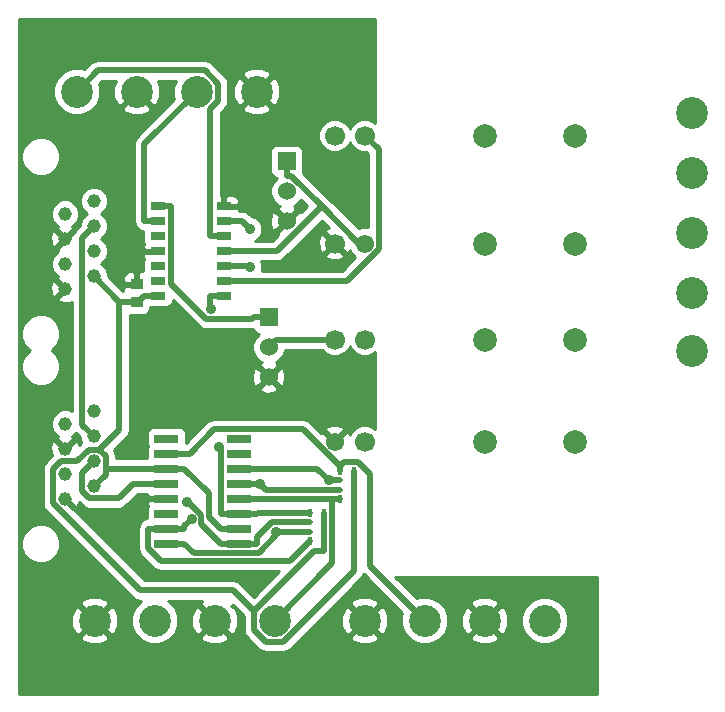
<source format=gtl>
G04 #@! TF.FileFunction,Copper,L1,Top,Signal*
%FSLAX46Y46*%
G04 Gerber Fmt 4.6, Leading zero omitted, Abs format (unit mm)*
G04 Created by KiCad (PCBNEW 4.0.1-stable) date 8/05/2016 3:47:28 PM*
%MOMM*%
G01*
G04 APERTURE LIST*
%ADD10C,0.150000*%
%ADD11C,2.700000*%
%ADD12R,2.032000X0.660400*%
%ADD13R,0.400000X0.650000*%
%ADD14R,0.400000X0.450000*%
%ADD15R,1.000760X0.899160*%
%ADD16R,1.524000X1.524000*%
%ADD17C,1.524000*%
%ADD18R,1.270000X0.635000*%
%ADD19C,1.550000*%
%ADD20C,1.700000*%
%ADD21C,2.000000*%
%ADD22C,1.150000*%
%ADD23C,0.889000*%
%ADD24C,0.500000*%
%ADD25C,0.254000*%
G04 APERTURE END LIST*
D10*
D11*
X144566000Y-108204000D03*
X144566000Y-113284000D03*
X144566000Y-118364000D03*
X144566000Y-123444000D03*
X144566000Y-128364000D03*
X109220000Y-151170000D03*
X104140000Y-151170000D03*
X99060000Y-151170000D03*
X93980000Y-151170000D03*
X132080000Y-151170000D03*
X127000000Y-151170000D03*
X121920000Y-151170000D03*
X116840000Y-151170000D03*
D12*
X100050600Y-135763000D03*
X100050600Y-137033000D03*
X100050600Y-138303000D03*
X100050600Y-139573000D03*
X100050600Y-140843000D03*
X100050600Y-142113000D03*
X100050600Y-143383000D03*
X100050600Y-144653000D03*
X106197400Y-144653000D03*
X106197400Y-143383000D03*
X106197400Y-142113000D03*
X106197400Y-140843000D03*
X106197400Y-139573000D03*
X106197400Y-138303000D03*
X106197400Y-137033000D03*
X106197400Y-135763000D03*
D13*
X114716000Y-140900000D03*
X115916000Y-140900000D03*
X114716000Y-138500000D03*
X115916000Y-138500000D03*
D14*
X114716000Y-140100000D03*
X114716000Y-139300000D03*
X115916000Y-139300000D03*
X115916000Y-140100000D03*
D13*
X112176000Y-144456000D03*
X113376000Y-144456000D03*
X112176000Y-142056000D03*
X113376000Y-142056000D03*
D14*
X112176000Y-143656000D03*
X112176000Y-142856000D03*
X113376000Y-142856000D03*
X113376000Y-143656000D03*
D15*
X97536000Y-124195840D03*
X97536000Y-122692160D03*
D16*
X110236000Y-112268000D03*
D17*
X110236000Y-114808000D03*
X110236000Y-117348000D03*
D16*
X108712000Y-125476000D03*
D17*
X108712000Y-128016000D03*
X108712000Y-130556000D03*
D11*
X92456000Y-106386000D03*
X97536000Y-106386000D03*
X102616000Y-106386000D03*
X107696000Y-106386000D03*
D18*
X104902000Y-123698000D03*
X104902000Y-122428000D03*
X104902000Y-121158000D03*
X104902000Y-119888000D03*
X104902000Y-118618000D03*
X104902000Y-117348000D03*
X104902000Y-116078000D03*
X99314000Y-116078000D03*
X99314000Y-117348000D03*
X99314000Y-118618000D03*
X99314000Y-119888000D03*
X99314000Y-121158000D03*
X99314000Y-122428000D03*
X99314000Y-123698000D03*
D19*
X114300000Y-136020000D03*
D20*
X116840000Y-136020000D03*
D21*
X127000000Y-136020000D03*
X134620000Y-136020000D03*
D20*
X114300000Y-127384000D03*
X116840000Y-127384000D03*
D21*
X127000000Y-127384000D03*
X134620000Y-127384000D03*
D20*
X114300000Y-119256000D03*
D19*
X116840000Y-119256000D03*
D21*
X127000000Y-119256000D03*
X134620000Y-119256000D03*
D20*
X114300000Y-110112000D03*
X116840000Y-110112000D03*
D21*
X127000000Y-110112000D03*
X134620000Y-110112000D03*
D22*
X93908000Y-133455000D03*
X93908000Y-135572200D03*
X93908000Y-137689300D03*
X93908000Y-139806400D03*
X91458000Y-134513600D03*
X91458000Y-136630700D03*
X91458000Y-138747800D03*
X91458000Y-140865000D03*
X93908000Y-115675000D03*
X93908000Y-117792200D03*
X93908000Y-119909300D03*
X93908000Y-122026400D03*
X91458000Y-116733600D03*
X91458000Y-118850700D03*
X91458000Y-120967800D03*
X91458000Y-123085000D03*
D23*
X104497000Y-136485700D03*
X101761000Y-141112400D03*
X107108000Y-121217900D03*
X109336600Y-143690400D03*
X107108000Y-118016700D03*
X113788600Y-139300000D03*
X103785500Y-124800700D03*
X102178100Y-142585200D03*
X107946200Y-139613100D03*
D24*
X99314000Y-116078000D02*
X100449000Y-116078000D01*
X108712000Y-125476000D02*
X107450000Y-125476000D01*
X107280500Y-125645500D02*
X107450000Y-125476000D01*
X103435500Y-125645500D02*
X107280500Y-125645500D01*
X100449000Y-122659000D02*
X103435500Y-125645500D01*
X100449000Y-116078000D02*
X100449000Y-122659000D01*
X107770400Y-142056000D02*
X107713400Y-142113000D01*
X112176000Y-142056000D02*
X107770400Y-142056000D01*
X106743000Y-142113000D02*
X107713400Y-142113000D01*
X106743000Y-142113000D02*
X106197400Y-142113000D01*
X104681400Y-136670100D02*
X104497000Y-136485700D01*
X104681400Y-142113000D02*
X104681400Y-136670100D01*
X106197400Y-142113000D02*
X104681400Y-142113000D01*
X98179000Y-110823000D02*
X102616000Y-106386000D01*
X98179000Y-117348000D02*
X98179000Y-110823000D01*
X99314000Y-117348000D02*
X98179000Y-117348000D01*
X105439400Y-144653000D02*
X104681400Y-144653000D01*
X105439400Y-144653000D02*
X106197400Y-144653000D01*
X106197400Y-144653000D02*
X107713400Y-144653000D01*
X94248200Y-104593800D02*
X92456000Y-106386000D01*
X103299200Y-104593800D02*
X94248200Y-104593800D01*
X104418600Y-105713200D02*
X103299200Y-104593800D01*
X104418600Y-107188100D02*
X104418600Y-105713200D01*
X103767000Y-107839700D02*
X104418600Y-107188100D01*
X103767000Y-118618000D02*
X103767000Y-107839700D01*
X104902000Y-118618000D02*
X103767000Y-118618000D01*
X107713400Y-144118800D02*
X107713400Y-144653000D01*
X108986600Y-142845600D02*
X107713400Y-144118800D01*
X111465600Y-142845600D02*
X108986600Y-142845600D01*
X111476000Y-142856000D02*
X111465600Y-142845600D01*
X112176000Y-142856000D02*
X111476000Y-142856000D01*
X101900200Y-141112400D02*
X101761000Y-141112400D01*
X103022900Y-142235100D02*
X101900200Y-141112400D01*
X103022900Y-142994500D02*
X103022900Y-142235100D01*
X104681400Y-144653000D02*
X103022900Y-142994500D01*
X107048100Y-121158000D02*
X107108000Y-121217900D01*
X104902000Y-121158000D02*
X107048100Y-121158000D01*
X112176000Y-143656000D02*
X111476000Y-143656000D01*
X100050600Y-144653000D02*
X101566600Y-144653000D01*
X111441600Y-143690400D02*
X109336600Y-143690400D01*
X111476000Y-143656000D02*
X111441600Y-143690400D01*
X102346800Y-145433200D02*
X101566600Y-144653000D01*
X107864500Y-145433200D02*
X102346800Y-145433200D01*
X109336600Y-143961100D02*
X107864500Y-145433200D01*
X109336600Y-143690400D02*
X109336600Y-143961100D01*
X106439300Y-117348000D02*
X104902000Y-117348000D01*
X107108000Y-118016700D02*
X106439300Y-117348000D01*
X92921700Y-134585900D02*
X93908000Y-135572200D01*
X92921700Y-118778500D02*
X92921700Y-134585900D01*
X93908000Y-117792200D02*
X92921700Y-118778500D01*
X97252900Y-139573000D02*
X100050600Y-139573000D01*
X96023800Y-140802100D02*
X97252900Y-139573000D01*
X93520800Y-140802100D02*
X96023800Y-140802100D01*
X92885300Y-140166600D02*
X93520800Y-140802100D01*
X92885300Y-138712000D02*
X92885300Y-140166600D01*
X93908000Y-137689300D02*
X92885300Y-138712000D01*
X106197400Y-140843000D02*
X107713400Y-140843000D01*
X114052700Y-146337300D02*
X109220000Y-151170000D01*
X114052700Y-140900000D02*
X114052700Y-146337300D01*
X107770400Y-140900000D02*
X114052700Y-140900000D01*
X107713400Y-140843000D02*
X107770400Y-140900000D01*
X114052700Y-140900000D02*
X114716000Y-140900000D01*
X114716000Y-138500000D02*
X114716000Y-138087500D01*
X115061800Y-137741700D02*
X114716000Y-138087500D01*
X116300600Y-137741700D02*
X115061800Y-137741700D01*
X117289000Y-138730100D02*
X116300600Y-137741700D01*
X117289000Y-146539000D02*
X117289000Y-138730100D01*
X121920000Y-151170000D02*
X117289000Y-146539000D01*
X102033000Y-137033000D02*
X100050600Y-137033000D01*
X104069200Y-134996800D02*
X102033000Y-137033000D01*
X111625300Y-134996800D02*
X104069200Y-134996800D01*
X114716000Y-138087500D02*
X111625300Y-134996800D01*
X112791600Y-138303000D02*
X113788600Y-139300000D01*
X106197400Y-138303000D02*
X112791600Y-138303000D01*
X113788600Y-139300000D02*
X114716000Y-139300000D01*
X110526600Y-146105400D02*
X112176000Y-144456000D01*
X99576700Y-146105400D02*
X110526600Y-146105400D01*
X98534600Y-145063300D02*
X99576700Y-146105400D01*
X98534600Y-143383000D02*
X98534600Y-145063300D01*
X100050600Y-143383000D02*
X98534600Y-143383000D01*
X103767000Y-124782200D02*
X103785500Y-124800700D01*
X103767000Y-123698000D02*
X103767000Y-124782200D01*
X101566600Y-143196700D02*
X101566600Y-143383000D01*
X102178100Y-142585200D02*
X101566600Y-143196700D01*
X100050600Y-143383000D02*
X101566600Y-143383000D01*
X104902000Y-123698000D02*
X103767000Y-123698000D01*
X106197400Y-139573000D02*
X107713400Y-139573000D01*
X107753500Y-139613100D02*
X107946200Y-139613100D01*
X107713400Y-139573000D02*
X107753500Y-139613100D01*
X114671200Y-140144800D02*
X114716000Y-140100000D01*
X108477900Y-140144800D02*
X114671200Y-140144800D01*
X107946200Y-139613100D02*
X108477900Y-140144800D01*
X109344000Y-127384000D02*
X108712000Y-128016000D01*
X114300000Y-127384000D02*
X109344000Y-127384000D01*
X104902000Y-119888000D02*
X106037000Y-119888000D01*
X110236000Y-112268000D02*
X110236000Y-113530000D01*
X109392900Y-119888000D02*
X113189500Y-116091400D01*
X106037000Y-119888000D02*
X109392900Y-119888000D01*
X116354000Y-119256000D02*
X113189500Y-116091400D01*
X116840000Y-119256000D02*
X116354000Y-119256000D01*
X110628000Y-113530000D02*
X110236000Y-113530000D01*
X113189500Y-116091400D02*
X110628000Y-113530000D01*
X118012700Y-111284700D02*
X116840000Y-110112000D01*
X118012700Y-119719600D02*
X118012700Y-111284700D01*
X115304300Y-122428000D02*
X118012700Y-119719600D01*
X104902000Y-122428000D02*
X115304300Y-122428000D01*
X113376000Y-142856000D02*
X113376000Y-142056000D01*
X113376000Y-142856000D02*
X113376000Y-143656000D01*
X115916000Y-138500000D02*
X115916000Y-139300000D01*
X115916000Y-139300000D02*
X115916000Y-140100000D01*
X115916000Y-140100000D02*
X115916000Y-140900000D01*
X106197400Y-143383000D02*
X104681400Y-143383000D01*
X100050600Y-138303000D02*
X101566600Y-138303000D01*
X113376000Y-143656000D02*
X113376000Y-144456000D01*
X113376000Y-144456000D02*
X113376000Y-145281000D01*
X112585300Y-145281000D02*
X107469000Y-150397300D01*
X113376000Y-145281000D02*
X112585300Y-145281000D01*
X115916000Y-146965500D02*
X115916000Y-140900000D01*
X109933400Y-152948100D02*
X115916000Y-146965500D01*
X108452100Y-152948100D02*
X109933400Y-152948100D01*
X107469000Y-151965000D02*
X108452100Y-152948100D01*
X107469000Y-150397300D02*
X107469000Y-151965000D01*
X100050600Y-138303000D02*
X98534600Y-138303000D01*
X94899200Y-138303000D02*
X98534600Y-138303000D01*
X94899200Y-138815200D02*
X94899200Y-138303000D01*
X93908000Y-139806400D02*
X94899200Y-138815200D01*
X97681200Y-124195800D02*
X98179000Y-123698000D01*
X97536000Y-124195800D02*
X97681200Y-124195800D01*
X99314000Y-123698000D02*
X98179000Y-123698000D01*
X93908000Y-122026400D02*
X96077400Y-124195800D01*
X96077400Y-124195800D02*
X97536000Y-124195800D01*
X96077400Y-134998000D02*
X94378700Y-136696700D01*
X96077400Y-124195800D02*
X96077400Y-134998000D01*
X94899200Y-137217200D02*
X94378700Y-136696700D01*
X94899200Y-138303000D02*
X94899200Y-137217200D01*
X105693900Y-148622200D02*
X107469000Y-150397300D01*
X97832400Y-148622200D02*
X105693900Y-148622200D01*
X90448700Y-141238500D02*
X97832400Y-148622200D01*
X90448700Y-138367400D02*
X90448700Y-141238500D01*
X91126800Y-137689300D02*
X90448700Y-138367400D01*
X92518500Y-137689300D02*
X91126800Y-137689300D01*
X93511100Y-136696700D02*
X92518500Y-137689300D01*
X94378700Y-136696700D02*
X93511100Y-136696700D01*
X103673200Y-140409600D02*
X101566600Y-138303000D01*
X103673200Y-142374800D02*
X103673200Y-140409600D01*
X104681400Y-143383000D02*
X103673200Y-142374800D01*
D25*
G36*
X99461000Y-122555000D02*
X99441000Y-122555000D01*
X99441000Y-122575000D01*
X99187000Y-122575000D01*
X99187000Y-122555000D01*
X99167000Y-122555000D01*
X99167000Y-122301000D01*
X99187000Y-122301000D01*
X99187000Y-122281000D01*
X99441000Y-122281000D01*
X99441000Y-122301000D01*
X99461000Y-122301000D01*
X99461000Y-122555000D01*
X99461000Y-122555000D01*
G37*
X99461000Y-122555000D02*
X99441000Y-122555000D01*
X99441000Y-122575000D01*
X99187000Y-122575000D01*
X99187000Y-122555000D01*
X99167000Y-122555000D01*
X99167000Y-122301000D01*
X99187000Y-122301000D01*
X99187000Y-122281000D01*
X99441000Y-122281000D01*
X99441000Y-122301000D01*
X99461000Y-122301000D01*
X99461000Y-122555000D01*
G36*
X109624320Y-146990400D02*
X107468999Y-149145720D01*
X106319690Y-147996410D01*
X106032575Y-147804567D01*
X105976384Y-147793389D01*
X105693900Y-147737199D01*
X105693894Y-147737200D01*
X98198979Y-147737200D01*
X91333700Y-140871920D01*
X91333700Y-140781410D01*
X91443857Y-140671252D01*
X91458000Y-140685395D01*
X91472142Y-140671252D01*
X91651747Y-140850857D01*
X91637605Y-140865000D01*
X92302587Y-141529982D01*
X92525434Y-141483556D01*
X92633623Y-141166502D01*
X92895007Y-141427886D01*
X92895010Y-141427890D01*
X93182125Y-141619733D01*
X93520799Y-141687100D01*
X93520799Y-141687099D01*
X93520800Y-141687100D01*
X96023794Y-141687100D01*
X96023800Y-141687101D01*
X96023800Y-141687100D01*
X96306284Y-141630910D01*
X96362474Y-141619733D01*
X96362475Y-141619733D01*
X96649590Y-141427890D01*
X97619479Y-140458000D01*
X98399535Y-140458000D01*
X98399600Y-140557250D01*
X98558350Y-140716000D01*
X99923600Y-140716000D01*
X99923600Y-140696000D01*
X100177600Y-140696000D01*
X100177600Y-140716000D01*
X100197600Y-140716000D01*
X100197600Y-140970000D01*
X100177600Y-140970000D01*
X100177600Y-140990000D01*
X99923600Y-140990000D01*
X99923600Y-140970000D01*
X98558350Y-140970000D01*
X98399600Y-141128750D01*
X98399490Y-141298955D01*
X98473532Y-141478153D01*
X98399711Y-141655936D01*
X98399490Y-141908555D01*
X98399490Y-142524875D01*
X98195925Y-142565367D01*
X97908810Y-142757210D01*
X97716967Y-143044325D01*
X97649600Y-143383000D01*
X97649600Y-145063294D01*
X97649599Y-145063300D01*
X97705789Y-145345784D01*
X97716967Y-145401975D01*
X97908810Y-145689090D01*
X98950907Y-146731186D01*
X98950910Y-146731190D01*
X99238025Y-146923033D01*
X99576699Y-146990400D01*
X99576699Y-146990399D01*
X99576700Y-146990400D01*
X109624320Y-146990400D01*
X109624320Y-146990400D01*
G37*
X109624320Y-146990400D02*
X107468999Y-149145720D01*
X106319690Y-147996410D01*
X106032575Y-147804567D01*
X105976384Y-147793389D01*
X105693900Y-147737199D01*
X105693894Y-147737200D01*
X98198979Y-147737200D01*
X91333700Y-140871920D01*
X91333700Y-140781410D01*
X91443857Y-140671252D01*
X91458000Y-140685395D01*
X91472142Y-140671252D01*
X91651747Y-140850857D01*
X91637605Y-140865000D01*
X92302587Y-141529982D01*
X92525434Y-141483556D01*
X92633623Y-141166502D01*
X92895007Y-141427886D01*
X92895010Y-141427890D01*
X93182125Y-141619733D01*
X93520799Y-141687100D01*
X93520799Y-141687099D01*
X93520800Y-141687100D01*
X96023794Y-141687100D01*
X96023800Y-141687101D01*
X96023800Y-141687100D01*
X96306284Y-141630910D01*
X96362474Y-141619733D01*
X96362475Y-141619733D01*
X96649590Y-141427890D01*
X97619479Y-140458000D01*
X98399535Y-140458000D01*
X98399600Y-140557250D01*
X98558350Y-140716000D01*
X99923600Y-140716000D01*
X99923600Y-140696000D01*
X100177600Y-140696000D01*
X100177600Y-140716000D01*
X100197600Y-140716000D01*
X100197600Y-140970000D01*
X100177600Y-140970000D01*
X100177600Y-140990000D01*
X99923600Y-140990000D01*
X99923600Y-140970000D01*
X98558350Y-140970000D01*
X98399600Y-141128750D01*
X98399490Y-141298955D01*
X98473532Y-141478153D01*
X98399711Y-141655936D01*
X98399490Y-141908555D01*
X98399490Y-142524875D01*
X98195925Y-142565367D01*
X97908810Y-142757210D01*
X97716967Y-143044325D01*
X97649600Y-143383000D01*
X97649600Y-145063294D01*
X97649599Y-145063300D01*
X97705789Y-145345784D01*
X97716967Y-145401975D01*
X97908810Y-145689090D01*
X98950907Y-146731186D01*
X98950910Y-146731190D01*
X99238025Y-146923033D01*
X99576699Y-146990400D01*
X99576699Y-146990399D01*
X99576700Y-146990400D01*
X109624320Y-146990400D01*
G36*
X116052849Y-120427870D02*
X115091912Y-121388807D01*
X115091912Y-120227517D01*
X114300000Y-119435605D01*
X114120395Y-119615210D01*
X114120395Y-119256000D01*
X113328483Y-118464088D01*
X113087542Y-118532078D01*
X112902802Y-119051170D01*
X112930772Y-119601446D01*
X113087542Y-119979922D01*
X113328483Y-120047912D01*
X114120395Y-119256000D01*
X114120395Y-119615210D01*
X113508088Y-120227517D01*
X113576078Y-120468458D01*
X114095170Y-120653198D01*
X114645446Y-120625228D01*
X115023922Y-120468458D01*
X115091912Y-120227517D01*
X115091912Y-121388807D01*
X114937720Y-121543000D01*
X108141872Y-121543000D01*
X108187313Y-121433568D01*
X108187687Y-121004116D01*
X108092191Y-120773000D01*
X109392894Y-120773000D01*
X109392900Y-120773001D01*
X109392900Y-120773000D01*
X109675384Y-120716810D01*
X109731574Y-120705633D01*
X109731575Y-120705633D01*
X110018690Y-120513790D01*
X113189499Y-117342979D01*
X113798098Y-117951578D01*
X113576078Y-118043542D01*
X113508088Y-118284483D01*
X114300000Y-119076395D01*
X114314142Y-119062252D01*
X114493747Y-119241857D01*
X114479605Y-119256000D01*
X115271517Y-120047912D01*
X115512458Y-119979922D01*
X115571730Y-119813373D01*
X115665170Y-120039514D01*
X116052849Y-120427870D01*
X116052849Y-120427870D01*
G37*
X116052849Y-120427870D02*
X115091912Y-121388807D01*
X115091912Y-120227517D01*
X114300000Y-119435605D01*
X114120395Y-119615210D01*
X114120395Y-119256000D01*
X113328483Y-118464088D01*
X113087542Y-118532078D01*
X112902802Y-119051170D01*
X112930772Y-119601446D01*
X113087542Y-119979922D01*
X113328483Y-120047912D01*
X114120395Y-119256000D01*
X114120395Y-119615210D01*
X113508088Y-120227517D01*
X113576078Y-120468458D01*
X114095170Y-120653198D01*
X114645446Y-120625228D01*
X115023922Y-120468458D01*
X115091912Y-120227517D01*
X115091912Y-121388807D01*
X114937720Y-121543000D01*
X108141872Y-121543000D01*
X108187313Y-121433568D01*
X108187687Y-121004116D01*
X108092191Y-120773000D01*
X109392894Y-120773000D01*
X109392900Y-120773001D01*
X109392900Y-120773000D01*
X109675384Y-120716810D01*
X109731574Y-120705633D01*
X109731575Y-120705633D01*
X110018690Y-120513790D01*
X113189499Y-117342979D01*
X113798098Y-117951578D01*
X113576078Y-118043542D01*
X113508088Y-118284483D01*
X114300000Y-119076395D01*
X114314142Y-119062252D01*
X114493747Y-119241857D01*
X114479605Y-119256000D01*
X115271517Y-120047912D01*
X115512458Y-119979922D01*
X115571730Y-119813373D01*
X115665170Y-120039514D01*
X116052849Y-120427870D01*
G36*
X117729000Y-134950156D02*
X117625563Y-134846539D01*
X117116702Y-134635242D01*
X116565715Y-134634761D01*
X116056486Y-134845170D01*
X115666539Y-135234437D01*
X115576621Y-135450982D01*
X115512458Y-135296078D01*
X115271517Y-135228088D01*
X115091912Y-135407693D01*
X115091912Y-135048483D01*
X115023922Y-134807542D01*
X114504830Y-134622802D01*
X113954554Y-134650772D01*
X113576078Y-134807542D01*
X113508088Y-135048483D01*
X114300000Y-135840395D01*
X115091912Y-135048483D01*
X115091912Y-135407693D01*
X114479605Y-136020000D01*
X114493747Y-136034142D01*
X114314142Y-136213747D01*
X114300000Y-136199605D01*
X114285857Y-136213747D01*
X114106252Y-136034142D01*
X114120395Y-136020000D01*
X113328483Y-135228088D01*
X113156655Y-135276575D01*
X112251090Y-134371010D01*
X111963975Y-134179167D01*
X111907784Y-134167989D01*
X111625300Y-134111799D01*
X111625294Y-134111800D01*
X110121143Y-134111800D01*
X110121143Y-130763696D01*
X110093360Y-130208631D01*
X109934396Y-129824858D01*
X109692212Y-129755393D01*
X108891605Y-130556000D01*
X109692212Y-131356607D01*
X109934396Y-131287142D01*
X110121143Y-130763696D01*
X110121143Y-134111800D01*
X109512607Y-134111800D01*
X109512607Y-131536212D01*
X108712000Y-130735605D01*
X108532395Y-130915210D01*
X108532395Y-130556000D01*
X107731788Y-129755393D01*
X107489604Y-129824858D01*
X107302857Y-130348304D01*
X107330640Y-130903369D01*
X107489604Y-131287142D01*
X107731788Y-131356607D01*
X108532395Y-130556000D01*
X108532395Y-130915210D01*
X107911393Y-131536212D01*
X107980858Y-131778396D01*
X108504304Y-131965143D01*
X109059369Y-131937360D01*
X109443142Y-131778396D01*
X109512607Y-131536212D01*
X109512607Y-134111800D01*
X104069200Y-134111800D01*
X103730525Y-134179167D01*
X103443410Y-134371010D01*
X103443407Y-134371013D01*
X101701582Y-136112837D01*
X101701710Y-135967445D01*
X101701710Y-135307045D01*
X101605241Y-135073571D01*
X101426768Y-134894787D01*
X101193464Y-134797911D01*
X100940845Y-134797690D01*
X98908845Y-134797690D01*
X98675371Y-134894159D01*
X98496587Y-135072632D01*
X98399711Y-135305936D01*
X98399490Y-135558555D01*
X98399490Y-136218955D01*
X98473532Y-136398153D01*
X98399711Y-136575936D01*
X98399490Y-136828555D01*
X98399490Y-137418000D01*
X95784200Y-137418000D01*
X95784200Y-137217205D01*
X95784200Y-137217200D01*
X95784201Y-137217200D01*
X95716833Y-136878525D01*
X95609336Y-136717643D01*
X96703186Y-135623792D01*
X96703189Y-135623790D01*
X96703190Y-135623790D01*
X96895033Y-135336675D01*
X96962400Y-134998000D01*
X96962400Y-125280355D01*
X97161375Y-125280530D01*
X98162135Y-125280530D01*
X98395609Y-125184061D01*
X98574393Y-125005588D01*
X98671269Y-124772284D01*
X98671375Y-124650493D01*
X98804755Y-124650610D01*
X100074755Y-124650610D01*
X100308229Y-124554141D01*
X100487013Y-124375668D01*
X100583889Y-124142364D01*
X100583973Y-124045553D01*
X102809707Y-126271286D01*
X102809710Y-126271290D01*
X103096825Y-126463133D01*
X103435499Y-126530500D01*
X103435499Y-126530499D01*
X103435500Y-126530500D01*
X107280494Y-126530500D01*
X107280500Y-126530501D01*
X107280500Y-126530500D01*
X107375942Y-126511515D01*
X107375943Y-126511515D01*
X107411359Y-126597229D01*
X107589832Y-126776013D01*
X107823136Y-126872889D01*
X107879676Y-126872938D01*
X107528372Y-127223630D01*
X107315244Y-127736901D01*
X107314759Y-128292661D01*
X107526991Y-128806303D01*
X107919630Y-129199628D01*
X108111730Y-129279394D01*
X107980858Y-129333604D01*
X107911393Y-129575788D01*
X108712000Y-130376395D01*
X109512607Y-129575788D01*
X109443142Y-129333604D01*
X109302678Y-129283491D01*
X109502303Y-129201009D01*
X109895628Y-128808370D01*
X110108756Y-128295099D01*
X110108778Y-128269000D01*
X113226479Y-128269000D01*
X113514437Y-128557461D01*
X114023298Y-128768758D01*
X114574285Y-128769239D01*
X115083514Y-128558830D01*
X115473461Y-128169563D01*
X115569976Y-127937127D01*
X115665170Y-128167514D01*
X116054437Y-128557461D01*
X116563298Y-128768758D01*
X117114285Y-128769239D01*
X117623514Y-128558830D01*
X117729000Y-128453527D01*
X117729000Y-134950156D01*
X117729000Y-134950156D01*
G37*
X117729000Y-134950156D02*
X117625563Y-134846539D01*
X117116702Y-134635242D01*
X116565715Y-134634761D01*
X116056486Y-134845170D01*
X115666539Y-135234437D01*
X115576621Y-135450982D01*
X115512458Y-135296078D01*
X115271517Y-135228088D01*
X115091912Y-135407693D01*
X115091912Y-135048483D01*
X115023922Y-134807542D01*
X114504830Y-134622802D01*
X113954554Y-134650772D01*
X113576078Y-134807542D01*
X113508088Y-135048483D01*
X114300000Y-135840395D01*
X115091912Y-135048483D01*
X115091912Y-135407693D01*
X114479605Y-136020000D01*
X114493747Y-136034142D01*
X114314142Y-136213747D01*
X114300000Y-136199605D01*
X114285857Y-136213747D01*
X114106252Y-136034142D01*
X114120395Y-136020000D01*
X113328483Y-135228088D01*
X113156655Y-135276575D01*
X112251090Y-134371010D01*
X111963975Y-134179167D01*
X111907784Y-134167989D01*
X111625300Y-134111799D01*
X111625294Y-134111800D01*
X110121143Y-134111800D01*
X110121143Y-130763696D01*
X110093360Y-130208631D01*
X109934396Y-129824858D01*
X109692212Y-129755393D01*
X108891605Y-130556000D01*
X109692212Y-131356607D01*
X109934396Y-131287142D01*
X110121143Y-130763696D01*
X110121143Y-134111800D01*
X109512607Y-134111800D01*
X109512607Y-131536212D01*
X108712000Y-130735605D01*
X108532395Y-130915210D01*
X108532395Y-130556000D01*
X107731788Y-129755393D01*
X107489604Y-129824858D01*
X107302857Y-130348304D01*
X107330640Y-130903369D01*
X107489604Y-131287142D01*
X107731788Y-131356607D01*
X108532395Y-130556000D01*
X108532395Y-130915210D01*
X107911393Y-131536212D01*
X107980858Y-131778396D01*
X108504304Y-131965143D01*
X109059369Y-131937360D01*
X109443142Y-131778396D01*
X109512607Y-131536212D01*
X109512607Y-134111800D01*
X104069200Y-134111800D01*
X103730525Y-134179167D01*
X103443410Y-134371010D01*
X103443407Y-134371013D01*
X101701582Y-136112837D01*
X101701710Y-135967445D01*
X101701710Y-135307045D01*
X101605241Y-135073571D01*
X101426768Y-134894787D01*
X101193464Y-134797911D01*
X100940845Y-134797690D01*
X98908845Y-134797690D01*
X98675371Y-134894159D01*
X98496587Y-135072632D01*
X98399711Y-135305936D01*
X98399490Y-135558555D01*
X98399490Y-136218955D01*
X98473532Y-136398153D01*
X98399711Y-136575936D01*
X98399490Y-136828555D01*
X98399490Y-137418000D01*
X95784200Y-137418000D01*
X95784200Y-137217205D01*
X95784200Y-137217200D01*
X95784201Y-137217200D01*
X95716833Y-136878525D01*
X95609336Y-136717643D01*
X96703186Y-135623792D01*
X96703189Y-135623790D01*
X96703190Y-135623790D01*
X96895033Y-135336675D01*
X96962400Y-134998000D01*
X96962400Y-125280355D01*
X97161375Y-125280530D01*
X98162135Y-125280530D01*
X98395609Y-125184061D01*
X98574393Y-125005588D01*
X98671269Y-124772284D01*
X98671375Y-124650493D01*
X98804755Y-124650610D01*
X100074755Y-124650610D01*
X100308229Y-124554141D01*
X100487013Y-124375668D01*
X100583889Y-124142364D01*
X100583973Y-124045553D01*
X102809707Y-126271286D01*
X102809710Y-126271290D01*
X103096825Y-126463133D01*
X103435499Y-126530500D01*
X103435499Y-126530499D01*
X103435500Y-126530500D01*
X107280494Y-126530500D01*
X107280500Y-126530501D01*
X107280500Y-126530500D01*
X107375942Y-126511515D01*
X107375943Y-126511515D01*
X107411359Y-126597229D01*
X107589832Y-126776013D01*
X107823136Y-126872889D01*
X107879676Y-126872938D01*
X107528372Y-127223630D01*
X107315244Y-127736901D01*
X107314759Y-128292661D01*
X107526991Y-128806303D01*
X107919630Y-129199628D01*
X108111730Y-129279394D01*
X107980858Y-129333604D01*
X107911393Y-129575788D01*
X108712000Y-130376395D01*
X109512607Y-129575788D01*
X109443142Y-129333604D01*
X109302678Y-129283491D01*
X109502303Y-129201009D01*
X109895628Y-128808370D01*
X110108756Y-128295099D01*
X110108778Y-128269000D01*
X113226479Y-128269000D01*
X113514437Y-128557461D01*
X114023298Y-128768758D01*
X114574285Y-128769239D01*
X115083514Y-128558830D01*
X115473461Y-128169563D01*
X115569976Y-127937127D01*
X115665170Y-128167514D01*
X116054437Y-128557461D01*
X116563298Y-128768758D01*
X117114285Y-128769239D01*
X117623514Y-128558830D01*
X117729000Y-128453527D01*
X117729000Y-134950156D01*
G36*
X136525000Y-157353000D02*
X134065343Y-157353000D01*
X134065343Y-150776891D01*
X133763782Y-150047057D01*
X133205880Y-149488181D01*
X132476573Y-149185346D01*
X131686891Y-149184657D01*
X130957057Y-149486218D01*
X130398181Y-150044120D01*
X130095346Y-150773427D01*
X130094657Y-151563109D01*
X130396218Y-152292943D01*
X130954120Y-152851819D01*
X131683427Y-153154654D01*
X132473109Y-153155343D01*
X133202943Y-152853782D01*
X133761819Y-152295880D01*
X134064654Y-151566573D01*
X134065343Y-150776891D01*
X134065343Y-157353000D01*
X128993737Y-157353000D01*
X128993737Y-151518045D01*
X128975164Y-150728582D01*
X128708782Y-150085478D01*
X128405593Y-149944012D01*
X128225988Y-150123617D01*
X128225988Y-149764407D01*
X128084522Y-149461218D01*
X127348045Y-149176263D01*
X126558582Y-149194836D01*
X125915478Y-149461218D01*
X125774012Y-149764407D01*
X127000000Y-150990395D01*
X128225988Y-149764407D01*
X128225988Y-150123617D01*
X127179605Y-151170000D01*
X128405593Y-152395988D01*
X128708782Y-152254522D01*
X128993737Y-151518045D01*
X128993737Y-157353000D01*
X128225988Y-157353000D01*
X128225988Y-152575593D01*
X127000000Y-151349605D01*
X126820395Y-151529210D01*
X126820395Y-151170000D01*
X125594407Y-149944012D01*
X125291218Y-150085478D01*
X125006263Y-150821955D01*
X125024836Y-151611418D01*
X125291218Y-152254522D01*
X125594407Y-152395988D01*
X126820395Y-151170000D01*
X126820395Y-151529210D01*
X125774012Y-152575593D01*
X125915478Y-152878782D01*
X126651955Y-153163737D01*
X127441418Y-153145164D01*
X128084522Y-152878782D01*
X128225988Y-152575593D01*
X128225988Y-157353000D01*
X118833737Y-157353000D01*
X118833737Y-151518045D01*
X118815164Y-150728582D01*
X118548782Y-150085478D01*
X118245593Y-149944012D01*
X118065988Y-150123617D01*
X118065988Y-149764407D01*
X117924522Y-149461218D01*
X117188045Y-149176263D01*
X116398582Y-149194836D01*
X115755478Y-149461218D01*
X115614012Y-149764407D01*
X116840000Y-150990395D01*
X118065988Y-149764407D01*
X118065988Y-150123617D01*
X117019605Y-151170000D01*
X118245593Y-152395988D01*
X118548782Y-152254522D01*
X118833737Y-151518045D01*
X118833737Y-157353000D01*
X118065988Y-157353000D01*
X118065988Y-152575593D01*
X116840000Y-151349605D01*
X116660395Y-151529210D01*
X116660395Y-151170000D01*
X115434407Y-149944012D01*
X115131218Y-150085478D01*
X114846263Y-150821955D01*
X114864836Y-151611418D01*
X115131218Y-152254522D01*
X115434407Y-152395988D01*
X116660395Y-151170000D01*
X116660395Y-151529210D01*
X115614012Y-152575593D01*
X115755478Y-152878782D01*
X116491955Y-153163737D01*
X117281418Y-153145164D01*
X117924522Y-152878782D01*
X118065988Y-152575593D01*
X118065988Y-157353000D01*
X106133737Y-157353000D01*
X105365988Y-157353000D01*
X105365988Y-152575593D01*
X104140000Y-151349605D01*
X103960395Y-151529210D01*
X103960395Y-151170000D01*
X102734407Y-149944012D01*
X102431218Y-150085478D01*
X102146263Y-150821955D01*
X102164836Y-151611418D01*
X102431218Y-152254522D01*
X102734407Y-152395988D01*
X103960395Y-151170000D01*
X103960395Y-151529210D01*
X102914012Y-152575593D01*
X103055478Y-152878782D01*
X103791955Y-153163737D01*
X104581418Y-153145164D01*
X105224522Y-152878782D01*
X105365988Y-152575593D01*
X105365988Y-157353000D01*
X95973737Y-157353000D01*
X95973737Y-151518045D01*
X95955164Y-150728582D01*
X95688782Y-150085478D01*
X95385593Y-149944012D01*
X95205988Y-150123617D01*
X95205988Y-149764407D01*
X95064522Y-149461218D01*
X94328045Y-149176263D01*
X93538582Y-149194836D01*
X92895478Y-149461218D01*
X92754012Y-149764407D01*
X93980000Y-150990395D01*
X95205988Y-149764407D01*
X95205988Y-150123617D01*
X94159605Y-151170000D01*
X95385593Y-152395988D01*
X95688782Y-152254522D01*
X95973737Y-151518045D01*
X95973737Y-157353000D01*
X95205988Y-157353000D01*
X95205988Y-152575593D01*
X93980000Y-151349605D01*
X93800395Y-151529210D01*
X93800395Y-151170000D01*
X92574407Y-149944012D01*
X92271218Y-150085478D01*
X91986263Y-150821955D01*
X92004836Y-151611418D01*
X92271218Y-152254522D01*
X92574407Y-152395988D01*
X93800395Y-151170000D01*
X93800395Y-151529210D01*
X92754012Y-152575593D01*
X92895478Y-152878782D01*
X93631955Y-153163737D01*
X94421418Y-153145164D01*
X95064522Y-152878782D01*
X95205988Y-152575593D01*
X95205988Y-157353000D01*
X91043283Y-157353000D01*
X91043283Y-144336205D01*
X90794893Y-143735057D01*
X90335362Y-143274723D01*
X89734648Y-143025285D01*
X89084205Y-143024717D01*
X88483057Y-143273107D01*
X88022723Y-143732638D01*
X87773285Y-144333352D01*
X87772717Y-144983795D01*
X88021107Y-145584943D01*
X88480638Y-146045277D01*
X89081352Y-146294715D01*
X89731795Y-146295283D01*
X90332943Y-146046893D01*
X90793277Y-145587362D01*
X91042715Y-144986648D01*
X91043283Y-144336205D01*
X91043283Y-157353000D01*
X87553000Y-157353000D01*
X87553000Y-100203000D01*
X117729000Y-100203000D01*
X117729000Y-109042156D01*
X117625563Y-108938539D01*
X117116702Y-108727242D01*
X116565715Y-108726761D01*
X116056486Y-108937170D01*
X115666539Y-109326437D01*
X115570023Y-109558872D01*
X115474830Y-109328486D01*
X115085563Y-108938539D01*
X114576702Y-108727242D01*
X114025715Y-108726761D01*
X113516486Y-108937170D01*
X113126539Y-109326437D01*
X112915242Y-109835298D01*
X112914761Y-110386285D01*
X113125170Y-110895514D01*
X113514437Y-111285461D01*
X114023298Y-111496758D01*
X114574285Y-111497239D01*
X115083514Y-111286830D01*
X115473461Y-110897563D01*
X115569976Y-110665127D01*
X115665170Y-110895514D01*
X116054437Y-111285461D01*
X116563298Y-111496758D01*
X116973536Y-111497116D01*
X117127700Y-111651279D01*
X117127700Y-117875808D01*
X117116702Y-117871242D01*
X116565715Y-117870761D01*
X116321392Y-117971713D01*
X113815290Y-115465610D01*
X113814985Y-115465406D01*
X111595789Y-113246209D01*
X111632889Y-113156864D01*
X111633110Y-112904245D01*
X111633110Y-111380245D01*
X111536641Y-111146771D01*
X111358168Y-110967987D01*
X111124864Y-110871111D01*
X110872245Y-110870890D01*
X109689737Y-110870890D01*
X109689737Y-106734045D01*
X109671164Y-105944582D01*
X109404782Y-105301478D01*
X109101593Y-105160012D01*
X108921988Y-105339617D01*
X108921988Y-104980407D01*
X108780522Y-104677218D01*
X108044045Y-104392263D01*
X107254582Y-104410836D01*
X106611478Y-104677218D01*
X106470012Y-104980407D01*
X107696000Y-106206395D01*
X108921988Y-104980407D01*
X108921988Y-105339617D01*
X107875605Y-106386000D01*
X109101593Y-107611988D01*
X109404782Y-107470522D01*
X109689737Y-106734045D01*
X109689737Y-110870890D01*
X109348245Y-110870890D01*
X109114771Y-110967359D01*
X108935987Y-111145832D01*
X108921988Y-111179545D01*
X108921988Y-107791593D01*
X107696000Y-106565605D01*
X107516395Y-106745210D01*
X107516395Y-106386000D01*
X106290407Y-105160012D01*
X105987218Y-105301478D01*
X105702263Y-106037955D01*
X105720836Y-106827418D01*
X105987218Y-107470522D01*
X106290407Y-107611988D01*
X107516395Y-106386000D01*
X107516395Y-106745210D01*
X106470012Y-107791593D01*
X106611478Y-108094782D01*
X107347955Y-108379737D01*
X108137418Y-108361164D01*
X108780522Y-108094782D01*
X108921988Y-107791593D01*
X108921988Y-111179545D01*
X108839111Y-111379136D01*
X108838890Y-111631755D01*
X108838890Y-113155755D01*
X108935359Y-113389229D01*
X109113832Y-113568013D01*
X109347136Y-113664889D01*
X109377836Y-113664915D01*
X109382121Y-113686455D01*
X109052372Y-114015630D01*
X108839244Y-114528901D01*
X108838759Y-115084661D01*
X109050991Y-115598303D01*
X109443630Y-115991628D01*
X109635730Y-116071394D01*
X109504858Y-116125604D01*
X109435393Y-116367788D01*
X110236000Y-117168395D01*
X111036607Y-116367788D01*
X110967142Y-116125604D01*
X110826678Y-116075491D01*
X111026303Y-115993009D01*
X111419628Y-115600370D01*
X111427597Y-115581177D01*
X111937870Y-116091450D01*
X111422701Y-116606619D01*
X111216212Y-116547393D01*
X110415605Y-117348000D01*
X110429747Y-117362142D01*
X110250142Y-117541747D01*
X110236000Y-117527605D01*
X110056395Y-117707210D01*
X110056395Y-117348000D01*
X109255788Y-116547393D01*
X109013604Y-116616858D01*
X108826857Y-117140304D01*
X108854640Y-117695369D01*
X109013604Y-118079142D01*
X109255788Y-118148607D01*
X110056395Y-117348000D01*
X110056395Y-117707210D01*
X109435393Y-118328212D01*
X109494619Y-118534700D01*
X109026320Y-119003000D01*
X107547797Y-119003000D01*
X107718689Y-118932389D01*
X108022622Y-118628986D01*
X108187313Y-118232368D01*
X108187687Y-117802916D01*
X108023689Y-117406011D01*
X107720286Y-117102078D01*
X107323668Y-116937387D01*
X107280228Y-116937349D01*
X107065090Y-116722210D01*
X106777975Y-116530367D01*
X106721784Y-116519189D01*
X106439300Y-116462999D01*
X106439294Y-116463000D01*
X106172110Y-116463000D01*
X106172110Y-115634745D01*
X106075641Y-115401271D01*
X105897168Y-115222487D01*
X105663864Y-115125611D01*
X105411245Y-115125390D01*
X105187750Y-115125500D01*
X105029000Y-115284250D01*
X105029000Y-115951000D01*
X106013250Y-115951000D01*
X106172000Y-115792250D01*
X106172110Y-115634745D01*
X106172110Y-116463000D01*
X106172069Y-116463000D01*
X106172000Y-116363750D01*
X106013250Y-116205000D01*
X105029000Y-116205000D01*
X105029000Y-116225000D01*
X104775000Y-116225000D01*
X104775000Y-116205000D01*
X104755000Y-116205000D01*
X104755000Y-115951000D01*
X104775000Y-115951000D01*
X104775000Y-115284250D01*
X104652000Y-115161250D01*
X104652000Y-108206279D01*
X105044386Y-107813892D01*
X105044389Y-107813890D01*
X105044390Y-107813890D01*
X105236233Y-107526775D01*
X105303600Y-107188100D01*
X105303600Y-105713200D01*
X105236233Y-105374525D01*
X105044390Y-105087410D01*
X105044386Y-105087407D01*
X103924990Y-103968010D01*
X103637875Y-103776167D01*
X103581684Y-103764989D01*
X103299200Y-103708799D01*
X103299194Y-103708800D01*
X94248200Y-103708800D01*
X93909525Y-103776167D01*
X93622410Y-103968010D01*
X93622407Y-103968013D01*
X93090343Y-104500077D01*
X92852573Y-104401346D01*
X92062891Y-104400657D01*
X91333057Y-104702218D01*
X90774181Y-105260120D01*
X90471346Y-105989427D01*
X90470657Y-106779109D01*
X90772218Y-107508943D01*
X91330120Y-108067819D01*
X92059427Y-108370654D01*
X92849109Y-108371343D01*
X93578943Y-108069782D01*
X94137819Y-107511880D01*
X94440654Y-106782573D01*
X94441343Y-105992891D01*
X94341741Y-105751837D01*
X94614779Y-105478800D01*
X95758609Y-105478800D01*
X95542263Y-106037955D01*
X95560836Y-106827418D01*
X95827218Y-107470522D01*
X96130407Y-107611988D01*
X97356395Y-106386000D01*
X97342252Y-106371857D01*
X97521857Y-106192252D01*
X97536000Y-106206395D01*
X97550142Y-106192252D01*
X97729747Y-106371857D01*
X97715605Y-106386000D01*
X98941593Y-107611988D01*
X99244782Y-107470522D01*
X99529737Y-106734045D01*
X99511164Y-105944582D01*
X99318231Y-105478800D01*
X100843377Y-105478800D01*
X100631346Y-105989427D01*
X100630657Y-106779109D01*
X100730258Y-107020162D01*
X98761988Y-108988432D01*
X98761988Y-107791593D01*
X97536000Y-106565605D01*
X96310012Y-107791593D01*
X96451478Y-108094782D01*
X97187955Y-108379737D01*
X97977418Y-108361164D01*
X98620522Y-108094782D01*
X98761988Y-107791593D01*
X98761988Y-108988432D01*
X97553210Y-110197210D01*
X97361367Y-110484325D01*
X97350189Y-110540515D01*
X97293999Y-110823000D01*
X97294000Y-110823005D01*
X97294000Y-117348000D01*
X97361367Y-117686675D01*
X97553210Y-117973790D01*
X97840325Y-118165633D01*
X98044082Y-118206163D01*
X98043890Y-118426255D01*
X98043890Y-119061255D01*
X98123117Y-119253000D01*
X98043890Y-119444745D01*
X98044000Y-119602250D01*
X98202750Y-119761000D01*
X99187000Y-119761000D01*
X99187000Y-119741000D01*
X99441000Y-119741000D01*
X99441000Y-119761000D01*
X99461000Y-119761000D01*
X99461000Y-120015000D01*
X99441000Y-120015000D01*
X99441000Y-120035000D01*
X99187000Y-120035000D01*
X99187000Y-120015000D01*
X98202750Y-120015000D01*
X98044000Y-120173750D01*
X98043890Y-120331255D01*
X98123193Y-120523184D01*
X98044111Y-120713636D01*
X98043890Y-120966255D01*
X98043890Y-121601255D01*
X98046507Y-121607588D01*
X97910625Y-121607470D01*
X97821750Y-121607580D01*
X97663000Y-121766330D01*
X97663000Y-122565160D01*
X97683000Y-122565160D01*
X97683000Y-122819160D01*
X97663000Y-122819160D01*
X97663000Y-122839160D01*
X97409000Y-122839160D01*
X97409000Y-122819160D01*
X97409000Y-122565160D01*
X97409000Y-121766330D01*
X97250250Y-121607580D01*
X97161375Y-121607470D01*
X96908756Y-121607691D01*
X96675452Y-121704567D01*
X96496979Y-121883351D01*
X96400510Y-122116825D01*
X96400620Y-122406410D01*
X96559370Y-122565160D01*
X97409000Y-122565160D01*
X97409000Y-122819160D01*
X96559370Y-122819160D01*
X96400620Y-122977910D01*
X96400510Y-123267330D01*
X95118036Y-121984856D01*
X95118209Y-121786772D01*
X94934386Y-121341886D01*
X94594305Y-121001210D01*
X94514317Y-120967996D01*
X94592514Y-120935686D01*
X94933190Y-120595605D01*
X95117789Y-120151040D01*
X95118209Y-119669672D01*
X94934386Y-119224786D01*
X94594305Y-118884110D01*
X94514317Y-118850896D01*
X94592514Y-118818586D01*
X94933190Y-118478505D01*
X95117789Y-118033940D01*
X95118209Y-117552572D01*
X94934386Y-117107686D01*
X94594305Y-116767010D01*
X94514196Y-116733746D01*
X94592514Y-116701386D01*
X94933190Y-116361305D01*
X95117789Y-115916740D01*
X95118209Y-115435372D01*
X94934386Y-114990486D01*
X94594305Y-114649810D01*
X94149740Y-114465211D01*
X93668372Y-114464791D01*
X93223486Y-114648614D01*
X92882810Y-114988695D01*
X92698211Y-115433260D01*
X92697791Y-115914628D01*
X92881614Y-116359514D01*
X93221695Y-116700190D01*
X93301803Y-116733453D01*
X93223486Y-116765814D01*
X92882810Y-117105895D01*
X92698211Y-117550460D01*
X92698036Y-117750584D01*
X92668209Y-117780411D01*
X92668209Y-116493972D01*
X92484386Y-116049086D01*
X92144305Y-115708410D01*
X91699740Y-115523811D01*
X91218372Y-115523391D01*
X91043283Y-115595736D01*
X91043283Y-111556205D01*
X90794893Y-110955057D01*
X90335362Y-110494723D01*
X89734648Y-110245285D01*
X89084205Y-110244717D01*
X88483057Y-110493107D01*
X88022723Y-110952638D01*
X87773285Y-111553352D01*
X87772717Y-112203795D01*
X88021107Y-112804943D01*
X88480638Y-113265277D01*
X89081352Y-113514715D01*
X89731795Y-113515283D01*
X90332943Y-113266893D01*
X90793277Y-112807362D01*
X91042715Y-112206648D01*
X91043283Y-111556205D01*
X91043283Y-115595736D01*
X90773486Y-115707214D01*
X90432810Y-116047295D01*
X90248211Y-116491860D01*
X90247791Y-116973228D01*
X90431614Y-117418114D01*
X90771695Y-117758790D01*
X90838743Y-117786630D01*
X90793018Y-118006113D01*
X91458000Y-118671095D01*
X92122982Y-118006113D01*
X92077318Y-117786924D01*
X92142514Y-117759986D01*
X92483190Y-117419905D01*
X92667789Y-116975340D01*
X92668209Y-116493972D01*
X92668209Y-117780411D01*
X92295910Y-118152710D01*
X92215999Y-118272305D01*
X92215998Y-118272306D01*
X91637605Y-118850700D01*
X91651747Y-118864842D01*
X91472142Y-119044447D01*
X91458000Y-119030305D01*
X91278395Y-119209910D01*
X91278395Y-118850700D01*
X90613413Y-118185718D01*
X90390566Y-118232144D01*
X90235108Y-118687719D01*
X90265826Y-119168105D01*
X90390566Y-119469256D01*
X90613413Y-119515682D01*
X91278395Y-118850700D01*
X91278395Y-119209910D01*
X90793018Y-119695287D01*
X90838681Y-119914475D01*
X90773486Y-119941414D01*
X90432810Y-120281495D01*
X90248211Y-120726060D01*
X90247791Y-121207428D01*
X90431614Y-121652314D01*
X90771695Y-121992990D01*
X90838762Y-122020838D01*
X90793018Y-122240413D01*
X91458000Y-122905395D01*
X91472142Y-122891252D01*
X91651747Y-123070857D01*
X91637605Y-123085000D01*
X91651747Y-123099142D01*
X91472142Y-123278747D01*
X91458000Y-123264605D01*
X91278395Y-123444210D01*
X91278395Y-123085000D01*
X90613413Y-122420018D01*
X90390566Y-122466444D01*
X90235108Y-122922019D01*
X90265826Y-123402405D01*
X90390566Y-123703556D01*
X90613413Y-123749982D01*
X91278395Y-123085000D01*
X91278395Y-123444210D01*
X90793018Y-123929587D01*
X90839444Y-124152434D01*
X91295019Y-124307892D01*
X91775405Y-124277174D01*
X92036700Y-124168942D01*
X92036700Y-133443728D01*
X91699740Y-133303811D01*
X91218372Y-133303391D01*
X91043283Y-133375736D01*
X91043283Y-129336205D01*
X90794893Y-128735057D01*
X90335362Y-128274723D01*
X90324703Y-128270297D01*
X90332943Y-128266893D01*
X90793277Y-127807362D01*
X91042715Y-127206648D01*
X91043283Y-126556205D01*
X90794893Y-125955057D01*
X90335362Y-125494723D01*
X89734648Y-125245285D01*
X89084205Y-125244717D01*
X88483057Y-125493107D01*
X88022723Y-125952638D01*
X87773285Y-126553352D01*
X87772717Y-127203795D01*
X88021107Y-127804943D01*
X88480638Y-128265277D01*
X88491296Y-128269702D01*
X88483057Y-128273107D01*
X88022723Y-128732638D01*
X87773285Y-129333352D01*
X87772717Y-129983795D01*
X88021107Y-130584943D01*
X88480638Y-131045277D01*
X89081352Y-131294715D01*
X89731795Y-131295283D01*
X90332943Y-131046893D01*
X90793277Y-130587362D01*
X91042715Y-129986648D01*
X91043283Y-129336205D01*
X91043283Y-133375736D01*
X90773486Y-133487214D01*
X90432810Y-133827295D01*
X90248211Y-134271860D01*
X90247791Y-134753228D01*
X90431614Y-135198114D01*
X90771695Y-135538790D01*
X90838743Y-135566630D01*
X90793018Y-135786113D01*
X91458000Y-136451095D01*
X92122982Y-135786113D01*
X92077318Y-135566924D01*
X92142514Y-135539986D01*
X92383570Y-135299350D01*
X92697963Y-135613743D01*
X92697791Y-135811828D01*
X92828369Y-136127851D01*
X92648051Y-136308169D01*
X92525434Y-136012144D01*
X92302587Y-135965718D01*
X91637605Y-136630700D01*
X91651747Y-136644842D01*
X91492290Y-136804300D01*
X91423710Y-136804300D01*
X91264252Y-136644842D01*
X91278395Y-136630700D01*
X90613413Y-135965718D01*
X90390566Y-136012144D01*
X90235108Y-136467719D01*
X90265826Y-136948105D01*
X90368510Y-137196009D01*
X89822910Y-137741610D01*
X89631067Y-138028725D01*
X89619889Y-138084915D01*
X89563699Y-138367400D01*
X89563700Y-138367405D01*
X89563700Y-141238494D01*
X89563699Y-141238500D01*
X89619889Y-141520984D01*
X89631067Y-141577175D01*
X89822910Y-141864290D01*
X97206607Y-149247986D01*
X97206610Y-149247990D01*
X97493725Y-149439833D01*
X97832400Y-149507200D01*
X97916038Y-149507200D01*
X97378181Y-150044120D01*
X97075346Y-150773427D01*
X97074657Y-151563109D01*
X97376218Y-152292943D01*
X97934120Y-152851819D01*
X98663427Y-153154654D01*
X99453109Y-153155343D01*
X100182943Y-152853782D01*
X100741819Y-152295880D01*
X101044654Y-151566573D01*
X101045343Y-150776891D01*
X100743782Y-150047057D01*
X100204865Y-149507200D01*
X103034023Y-149507200D01*
X102914012Y-149764407D01*
X104140000Y-150990395D01*
X104154142Y-150976252D01*
X104333747Y-151155857D01*
X104319605Y-151170000D01*
X105545593Y-152395988D01*
X105848782Y-152254522D01*
X106133737Y-151518045D01*
X106115164Y-150728582D01*
X105848782Y-150085478D01*
X105545595Y-149944012D01*
X105654864Y-149834743D01*
X106584000Y-150763879D01*
X106584000Y-151964994D01*
X106583999Y-151965000D01*
X106640189Y-152247484D01*
X106651367Y-152303675D01*
X106843210Y-152590790D01*
X107826307Y-153573886D01*
X107826310Y-153573890D01*
X108113425Y-153765733D01*
X108452100Y-153833100D01*
X109933394Y-153833100D01*
X109933400Y-153833101D01*
X109933400Y-153833100D01*
X110215884Y-153776910D01*
X110272074Y-153765733D01*
X110272075Y-153765733D01*
X110559190Y-153573890D01*
X116541786Y-147591292D01*
X116541789Y-147591290D01*
X116541790Y-147591290D01*
X116733633Y-147304175D01*
X116733633Y-147304174D01*
X116744810Y-147247984D01*
X116745074Y-147246654D01*
X120034077Y-150535656D01*
X119935346Y-150773427D01*
X119934657Y-151563109D01*
X120236218Y-152292943D01*
X120794120Y-152851819D01*
X121523427Y-153154654D01*
X122313109Y-153155343D01*
X123042943Y-152853782D01*
X123601819Y-152295880D01*
X123904654Y-151566573D01*
X123905343Y-150776891D01*
X123603782Y-150047057D01*
X123045880Y-149488181D01*
X122316573Y-149185346D01*
X121526891Y-149184657D01*
X121285837Y-149284258D01*
X119448579Y-147447000D01*
X136525000Y-147447000D01*
X136525000Y-157353000D01*
X136525000Y-157353000D01*
G37*
X136525000Y-157353000D02*
X134065343Y-157353000D01*
X134065343Y-150776891D01*
X133763782Y-150047057D01*
X133205880Y-149488181D01*
X132476573Y-149185346D01*
X131686891Y-149184657D01*
X130957057Y-149486218D01*
X130398181Y-150044120D01*
X130095346Y-150773427D01*
X130094657Y-151563109D01*
X130396218Y-152292943D01*
X130954120Y-152851819D01*
X131683427Y-153154654D01*
X132473109Y-153155343D01*
X133202943Y-152853782D01*
X133761819Y-152295880D01*
X134064654Y-151566573D01*
X134065343Y-150776891D01*
X134065343Y-157353000D01*
X128993737Y-157353000D01*
X128993737Y-151518045D01*
X128975164Y-150728582D01*
X128708782Y-150085478D01*
X128405593Y-149944012D01*
X128225988Y-150123617D01*
X128225988Y-149764407D01*
X128084522Y-149461218D01*
X127348045Y-149176263D01*
X126558582Y-149194836D01*
X125915478Y-149461218D01*
X125774012Y-149764407D01*
X127000000Y-150990395D01*
X128225988Y-149764407D01*
X128225988Y-150123617D01*
X127179605Y-151170000D01*
X128405593Y-152395988D01*
X128708782Y-152254522D01*
X128993737Y-151518045D01*
X128993737Y-157353000D01*
X128225988Y-157353000D01*
X128225988Y-152575593D01*
X127000000Y-151349605D01*
X126820395Y-151529210D01*
X126820395Y-151170000D01*
X125594407Y-149944012D01*
X125291218Y-150085478D01*
X125006263Y-150821955D01*
X125024836Y-151611418D01*
X125291218Y-152254522D01*
X125594407Y-152395988D01*
X126820395Y-151170000D01*
X126820395Y-151529210D01*
X125774012Y-152575593D01*
X125915478Y-152878782D01*
X126651955Y-153163737D01*
X127441418Y-153145164D01*
X128084522Y-152878782D01*
X128225988Y-152575593D01*
X128225988Y-157353000D01*
X118833737Y-157353000D01*
X118833737Y-151518045D01*
X118815164Y-150728582D01*
X118548782Y-150085478D01*
X118245593Y-149944012D01*
X118065988Y-150123617D01*
X118065988Y-149764407D01*
X117924522Y-149461218D01*
X117188045Y-149176263D01*
X116398582Y-149194836D01*
X115755478Y-149461218D01*
X115614012Y-149764407D01*
X116840000Y-150990395D01*
X118065988Y-149764407D01*
X118065988Y-150123617D01*
X117019605Y-151170000D01*
X118245593Y-152395988D01*
X118548782Y-152254522D01*
X118833737Y-151518045D01*
X118833737Y-157353000D01*
X118065988Y-157353000D01*
X118065988Y-152575593D01*
X116840000Y-151349605D01*
X116660395Y-151529210D01*
X116660395Y-151170000D01*
X115434407Y-149944012D01*
X115131218Y-150085478D01*
X114846263Y-150821955D01*
X114864836Y-151611418D01*
X115131218Y-152254522D01*
X115434407Y-152395988D01*
X116660395Y-151170000D01*
X116660395Y-151529210D01*
X115614012Y-152575593D01*
X115755478Y-152878782D01*
X116491955Y-153163737D01*
X117281418Y-153145164D01*
X117924522Y-152878782D01*
X118065988Y-152575593D01*
X118065988Y-157353000D01*
X106133737Y-157353000D01*
X105365988Y-157353000D01*
X105365988Y-152575593D01*
X104140000Y-151349605D01*
X103960395Y-151529210D01*
X103960395Y-151170000D01*
X102734407Y-149944012D01*
X102431218Y-150085478D01*
X102146263Y-150821955D01*
X102164836Y-151611418D01*
X102431218Y-152254522D01*
X102734407Y-152395988D01*
X103960395Y-151170000D01*
X103960395Y-151529210D01*
X102914012Y-152575593D01*
X103055478Y-152878782D01*
X103791955Y-153163737D01*
X104581418Y-153145164D01*
X105224522Y-152878782D01*
X105365988Y-152575593D01*
X105365988Y-157353000D01*
X95973737Y-157353000D01*
X95973737Y-151518045D01*
X95955164Y-150728582D01*
X95688782Y-150085478D01*
X95385593Y-149944012D01*
X95205988Y-150123617D01*
X95205988Y-149764407D01*
X95064522Y-149461218D01*
X94328045Y-149176263D01*
X93538582Y-149194836D01*
X92895478Y-149461218D01*
X92754012Y-149764407D01*
X93980000Y-150990395D01*
X95205988Y-149764407D01*
X95205988Y-150123617D01*
X94159605Y-151170000D01*
X95385593Y-152395988D01*
X95688782Y-152254522D01*
X95973737Y-151518045D01*
X95973737Y-157353000D01*
X95205988Y-157353000D01*
X95205988Y-152575593D01*
X93980000Y-151349605D01*
X93800395Y-151529210D01*
X93800395Y-151170000D01*
X92574407Y-149944012D01*
X92271218Y-150085478D01*
X91986263Y-150821955D01*
X92004836Y-151611418D01*
X92271218Y-152254522D01*
X92574407Y-152395988D01*
X93800395Y-151170000D01*
X93800395Y-151529210D01*
X92754012Y-152575593D01*
X92895478Y-152878782D01*
X93631955Y-153163737D01*
X94421418Y-153145164D01*
X95064522Y-152878782D01*
X95205988Y-152575593D01*
X95205988Y-157353000D01*
X91043283Y-157353000D01*
X91043283Y-144336205D01*
X90794893Y-143735057D01*
X90335362Y-143274723D01*
X89734648Y-143025285D01*
X89084205Y-143024717D01*
X88483057Y-143273107D01*
X88022723Y-143732638D01*
X87773285Y-144333352D01*
X87772717Y-144983795D01*
X88021107Y-145584943D01*
X88480638Y-146045277D01*
X89081352Y-146294715D01*
X89731795Y-146295283D01*
X90332943Y-146046893D01*
X90793277Y-145587362D01*
X91042715Y-144986648D01*
X91043283Y-144336205D01*
X91043283Y-157353000D01*
X87553000Y-157353000D01*
X87553000Y-100203000D01*
X117729000Y-100203000D01*
X117729000Y-109042156D01*
X117625563Y-108938539D01*
X117116702Y-108727242D01*
X116565715Y-108726761D01*
X116056486Y-108937170D01*
X115666539Y-109326437D01*
X115570023Y-109558872D01*
X115474830Y-109328486D01*
X115085563Y-108938539D01*
X114576702Y-108727242D01*
X114025715Y-108726761D01*
X113516486Y-108937170D01*
X113126539Y-109326437D01*
X112915242Y-109835298D01*
X112914761Y-110386285D01*
X113125170Y-110895514D01*
X113514437Y-111285461D01*
X114023298Y-111496758D01*
X114574285Y-111497239D01*
X115083514Y-111286830D01*
X115473461Y-110897563D01*
X115569976Y-110665127D01*
X115665170Y-110895514D01*
X116054437Y-111285461D01*
X116563298Y-111496758D01*
X116973536Y-111497116D01*
X117127700Y-111651279D01*
X117127700Y-117875808D01*
X117116702Y-117871242D01*
X116565715Y-117870761D01*
X116321392Y-117971713D01*
X113815290Y-115465610D01*
X113814985Y-115465406D01*
X111595789Y-113246209D01*
X111632889Y-113156864D01*
X111633110Y-112904245D01*
X111633110Y-111380245D01*
X111536641Y-111146771D01*
X111358168Y-110967987D01*
X111124864Y-110871111D01*
X110872245Y-110870890D01*
X109689737Y-110870890D01*
X109689737Y-106734045D01*
X109671164Y-105944582D01*
X109404782Y-105301478D01*
X109101593Y-105160012D01*
X108921988Y-105339617D01*
X108921988Y-104980407D01*
X108780522Y-104677218D01*
X108044045Y-104392263D01*
X107254582Y-104410836D01*
X106611478Y-104677218D01*
X106470012Y-104980407D01*
X107696000Y-106206395D01*
X108921988Y-104980407D01*
X108921988Y-105339617D01*
X107875605Y-106386000D01*
X109101593Y-107611988D01*
X109404782Y-107470522D01*
X109689737Y-106734045D01*
X109689737Y-110870890D01*
X109348245Y-110870890D01*
X109114771Y-110967359D01*
X108935987Y-111145832D01*
X108921988Y-111179545D01*
X108921988Y-107791593D01*
X107696000Y-106565605D01*
X107516395Y-106745210D01*
X107516395Y-106386000D01*
X106290407Y-105160012D01*
X105987218Y-105301478D01*
X105702263Y-106037955D01*
X105720836Y-106827418D01*
X105987218Y-107470522D01*
X106290407Y-107611988D01*
X107516395Y-106386000D01*
X107516395Y-106745210D01*
X106470012Y-107791593D01*
X106611478Y-108094782D01*
X107347955Y-108379737D01*
X108137418Y-108361164D01*
X108780522Y-108094782D01*
X108921988Y-107791593D01*
X108921988Y-111179545D01*
X108839111Y-111379136D01*
X108838890Y-111631755D01*
X108838890Y-113155755D01*
X108935359Y-113389229D01*
X109113832Y-113568013D01*
X109347136Y-113664889D01*
X109377836Y-113664915D01*
X109382121Y-113686455D01*
X109052372Y-114015630D01*
X108839244Y-114528901D01*
X108838759Y-115084661D01*
X109050991Y-115598303D01*
X109443630Y-115991628D01*
X109635730Y-116071394D01*
X109504858Y-116125604D01*
X109435393Y-116367788D01*
X110236000Y-117168395D01*
X111036607Y-116367788D01*
X110967142Y-116125604D01*
X110826678Y-116075491D01*
X111026303Y-115993009D01*
X111419628Y-115600370D01*
X111427597Y-115581177D01*
X111937870Y-116091450D01*
X111422701Y-116606619D01*
X111216212Y-116547393D01*
X110415605Y-117348000D01*
X110429747Y-117362142D01*
X110250142Y-117541747D01*
X110236000Y-117527605D01*
X110056395Y-117707210D01*
X110056395Y-117348000D01*
X109255788Y-116547393D01*
X109013604Y-116616858D01*
X108826857Y-117140304D01*
X108854640Y-117695369D01*
X109013604Y-118079142D01*
X109255788Y-118148607D01*
X110056395Y-117348000D01*
X110056395Y-117707210D01*
X109435393Y-118328212D01*
X109494619Y-118534700D01*
X109026320Y-119003000D01*
X107547797Y-119003000D01*
X107718689Y-118932389D01*
X108022622Y-118628986D01*
X108187313Y-118232368D01*
X108187687Y-117802916D01*
X108023689Y-117406011D01*
X107720286Y-117102078D01*
X107323668Y-116937387D01*
X107280228Y-116937349D01*
X107065090Y-116722210D01*
X106777975Y-116530367D01*
X106721784Y-116519189D01*
X106439300Y-116462999D01*
X106439294Y-116463000D01*
X106172110Y-116463000D01*
X106172110Y-115634745D01*
X106075641Y-115401271D01*
X105897168Y-115222487D01*
X105663864Y-115125611D01*
X105411245Y-115125390D01*
X105187750Y-115125500D01*
X105029000Y-115284250D01*
X105029000Y-115951000D01*
X106013250Y-115951000D01*
X106172000Y-115792250D01*
X106172110Y-115634745D01*
X106172110Y-116463000D01*
X106172069Y-116463000D01*
X106172000Y-116363750D01*
X106013250Y-116205000D01*
X105029000Y-116205000D01*
X105029000Y-116225000D01*
X104775000Y-116225000D01*
X104775000Y-116205000D01*
X104755000Y-116205000D01*
X104755000Y-115951000D01*
X104775000Y-115951000D01*
X104775000Y-115284250D01*
X104652000Y-115161250D01*
X104652000Y-108206279D01*
X105044386Y-107813892D01*
X105044389Y-107813890D01*
X105044390Y-107813890D01*
X105236233Y-107526775D01*
X105303600Y-107188100D01*
X105303600Y-105713200D01*
X105236233Y-105374525D01*
X105044390Y-105087410D01*
X105044386Y-105087407D01*
X103924990Y-103968010D01*
X103637875Y-103776167D01*
X103581684Y-103764989D01*
X103299200Y-103708799D01*
X103299194Y-103708800D01*
X94248200Y-103708800D01*
X93909525Y-103776167D01*
X93622410Y-103968010D01*
X93622407Y-103968013D01*
X93090343Y-104500077D01*
X92852573Y-104401346D01*
X92062891Y-104400657D01*
X91333057Y-104702218D01*
X90774181Y-105260120D01*
X90471346Y-105989427D01*
X90470657Y-106779109D01*
X90772218Y-107508943D01*
X91330120Y-108067819D01*
X92059427Y-108370654D01*
X92849109Y-108371343D01*
X93578943Y-108069782D01*
X94137819Y-107511880D01*
X94440654Y-106782573D01*
X94441343Y-105992891D01*
X94341741Y-105751837D01*
X94614779Y-105478800D01*
X95758609Y-105478800D01*
X95542263Y-106037955D01*
X95560836Y-106827418D01*
X95827218Y-107470522D01*
X96130407Y-107611988D01*
X97356395Y-106386000D01*
X97342252Y-106371857D01*
X97521857Y-106192252D01*
X97536000Y-106206395D01*
X97550142Y-106192252D01*
X97729747Y-106371857D01*
X97715605Y-106386000D01*
X98941593Y-107611988D01*
X99244782Y-107470522D01*
X99529737Y-106734045D01*
X99511164Y-105944582D01*
X99318231Y-105478800D01*
X100843377Y-105478800D01*
X100631346Y-105989427D01*
X100630657Y-106779109D01*
X100730258Y-107020162D01*
X98761988Y-108988432D01*
X98761988Y-107791593D01*
X97536000Y-106565605D01*
X96310012Y-107791593D01*
X96451478Y-108094782D01*
X97187955Y-108379737D01*
X97977418Y-108361164D01*
X98620522Y-108094782D01*
X98761988Y-107791593D01*
X98761988Y-108988432D01*
X97553210Y-110197210D01*
X97361367Y-110484325D01*
X97350189Y-110540515D01*
X97293999Y-110823000D01*
X97294000Y-110823005D01*
X97294000Y-117348000D01*
X97361367Y-117686675D01*
X97553210Y-117973790D01*
X97840325Y-118165633D01*
X98044082Y-118206163D01*
X98043890Y-118426255D01*
X98043890Y-119061255D01*
X98123117Y-119253000D01*
X98043890Y-119444745D01*
X98044000Y-119602250D01*
X98202750Y-119761000D01*
X99187000Y-119761000D01*
X99187000Y-119741000D01*
X99441000Y-119741000D01*
X99441000Y-119761000D01*
X99461000Y-119761000D01*
X99461000Y-120015000D01*
X99441000Y-120015000D01*
X99441000Y-120035000D01*
X99187000Y-120035000D01*
X99187000Y-120015000D01*
X98202750Y-120015000D01*
X98044000Y-120173750D01*
X98043890Y-120331255D01*
X98123193Y-120523184D01*
X98044111Y-120713636D01*
X98043890Y-120966255D01*
X98043890Y-121601255D01*
X98046507Y-121607588D01*
X97910625Y-121607470D01*
X97821750Y-121607580D01*
X97663000Y-121766330D01*
X97663000Y-122565160D01*
X97683000Y-122565160D01*
X97683000Y-122819160D01*
X97663000Y-122819160D01*
X97663000Y-122839160D01*
X97409000Y-122839160D01*
X97409000Y-122819160D01*
X97409000Y-122565160D01*
X97409000Y-121766330D01*
X97250250Y-121607580D01*
X97161375Y-121607470D01*
X96908756Y-121607691D01*
X96675452Y-121704567D01*
X96496979Y-121883351D01*
X96400510Y-122116825D01*
X96400620Y-122406410D01*
X96559370Y-122565160D01*
X97409000Y-122565160D01*
X97409000Y-122819160D01*
X96559370Y-122819160D01*
X96400620Y-122977910D01*
X96400510Y-123267330D01*
X95118036Y-121984856D01*
X95118209Y-121786772D01*
X94934386Y-121341886D01*
X94594305Y-121001210D01*
X94514317Y-120967996D01*
X94592514Y-120935686D01*
X94933190Y-120595605D01*
X95117789Y-120151040D01*
X95118209Y-119669672D01*
X94934386Y-119224786D01*
X94594305Y-118884110D01*
X94514317Y-118850896D01*
X94592514Y-118818586D01*
X94933190Y-118478505D01*
X95117789Y-118033940D01*
X95118209Y-117552572D01*
X94934386Y-117107686D01*
X94594305Y-116767010D01*
X94514196Y-116733746D01*
X94592514Y-116701386D01*
X94933190Y-116361305D01*
X95117789Y-115916740D01*
X95118209Y-115435372D01*
X94934386Y-114990486D01*
X94594305Y-114649810D01*
X94149740Y-114465211D01*
X93668372Y-114464791D01*
X93223486Y-114648614D01*
X92882810Y-114988695D01*
X92698211Y-115433260D01*
X92697791Y-115914628D01*
X92881614Y-116359514D01*
X93221695Y-116700190D01*
X93301803Y-116733453D01*
X93223486Y-116765814D01*
X92882810Y-117105895D01*
X92698211Y-117550460D01*
X92698036Y-117750584D01*
X92668209Y-117780411D01*
X92668209Y-116493972D01*
X92484386Y-116049086D01*
X92144305Y-115708410D01*
X91699740Y-115523811D01*
X91218372Y-115523391D01*
X91043283Y-115595736D01*
X91043283Y-111556205D01*
X90794893Y-110955057D01*
X90335362Y-110494723D01*
X89734648Y-110245285D01*
X89084205Y-110244717D01*
X88483057Y-110493107D01*
X88022723Y-110952638D01*
X87773285Y-111553352D01*
X87772717Y-112203795D01*
X88021107Y-112804943D01*
X88480638Y-113265277D01*
X89081352Y-113514715D01*
X89731795Y-113515283D01*
X90332943Y-113266893D01*
X90793277Y-112807362D01*
X91042715Y-112206648D01*
X91043283Y-111556205D01*
X91043283Y-115595736D01*
X90773486Y-115707214D01*
X90432810Y-116047295D01*
X90248211Y-116491860D01*
X90247791Y-116973228D01*
X90431614Y-117418114D01*
X90771695Y-117758790D01*
X90838743Y-117786630D01*
X90793018Y-118006113D01*
X91458000Y-118671095D01*
X92122982Y-118006113D01*
X92077318Y-117786924D01*
X92142514Y-117759986D01*
X92483190Y-117419905D01*
X92667789Y-116975340D01*
X92668209Y-116493972D01*
X92668209Y-117780411D01*
X92295910Y-118152710D01*
X92215999Y-118272305D01*
X92215998Y-118272306D01*
X91637605Y-118850700D01*
X91651747Y-118864842D01*
X91472142Y-119044447D01*
X91458000Y-119030305D01*
X91278395Y-119209910D01*
X91278395Y-118850700D01*
X90613413Y-118185718D01*
X90390566Y-118232144D01*
X90235108Y-118687719D01*
X90265826Y-119168105D01*
X90390566Y-119469256D01*
X90613413Y-119515682D01*
X91278395Y-118850700D01*
X91278395Y-119209910D01*
X90793018Y-119695287D01*
X90838681Y-119914475D01*
X90773486Y-119941414D01*
X90432810Y-120281495D01*
X90248211Y-120726060D01*
X90247791Y-121207428D01*
X90431614Y-121652314D01*
X90771695Y-121992990D01*
X90838762Y-122020838D01*
X90793018Y-122240413D01*
X91458000Y-122905395D01*
X91472142Y-122891252D01*
X91651747Y-123070857D01*
X91637605Y-123085000D01*
X91651747Y-123099142D01*
X91472142Y-123278747D01*
X91458000Y-123264605D01*
X91278395Y-123444210D01*
X91278395Y-123085000D01*
X90613413Y-122420018D01*
X90390566Y-122466444D01*
X90235108Y-122922019D01*
X90265826Y-123402405D01*
X90390566Y-123703556D01*
X90613413Y-123749982D01*
X91278395Y-123085000D01*
X91278395Y-123444210D01*
X90793018Y-123929587D01*
X90839444Y-124152434D01*
X91295019Y-124307892D01*
X91775405Y-124277174D01*
X92036700Y-124168942D01*
X92036700Y-133443728D01*
X91699740Y-133303811D01*
X91218372Y-133303391D01*
X91043283Y-133375736D01*
X91043283Y-129336205D01*
X90794893Y-128735057D01*
X90335362Y-128274723D01*
X90324703Y-128270297D01*
X90332943Y-128266893D01*
X90793277Y-127807362D01*
X91042715Y-127206648D01*
X91043283Y-126556205D01*
X90794893Y-125955057D01*
X90335362Y-125494723D01*
X89734648Y-125245285D01*
X89084205Y-125244717D01*
X88483057Y-125493107D01*
X88022723Y-125952638D01*
X87773285Y-126553352D01*
X87772717Y-127203795D01*
X88021107Y-127804943D01*
X88480638Y-128265277D01*
X88491296Y-128269702D01*
X88483057Y-128273107D01*
X88022723Y-128732638D01*
X87773285Y-129333352D01*
X87772717Y-129983795D01*
X88021107Y-130584943D01*
X88480638Y-131045277D01*
X89081352Y-131294715D01*
X89731795Y-131295283D01*
X90332943Y-131046893D01*
X90793277Y-130587362D01*
X91042715Y-129986648D01*
X91043283Y-129336205D01*
X91043283Y-133375736D01*
X90773486Y-133487214D01*
X90432810Y-133827295D01*
X90248211Y-134271860D01*
X90247791Y-134753228D01*
X90431614Y-135198114D01*
X90771695Y-135538790D01*
X90838743Y-135566630D01*
X90793018Y-135786113D01*
X91458000Y-136451095D01*
X92122982Y-135786113D01*
X92077318Y-135566924D01*
X92142514Y-135539986D01*
X92383570Y-135299350D01*
X92697963Y-135613743D01*
X92697791Y-135811828D01*
X92828369Y-136127851D01*
X92648051Y-136308169D01*
X92525434Y-136012144D01*
X92302587Y-135965718D01*
X91637605Y-136630700D01*
X91651747Y-136644842D01*
X91492290Y-136804300D01*
X91423710Y-136804300D01*
X91264252Y-136644842D01*
X91278395Y-136630700D01*
X90613413Y-135965718D01*
X90390566Y-136012144D01*
X90235108Y-136467719D01*
X90265826Y-136948105D01*
X90368510Y-137196009D01*
X89822910Y-137741610D01*
X89631067Y-138028725D01*
X89619889Y-138084915D01*
X89563699Y-138367400D01*
X89563700Y-138367405D01*
X89563700Y-141238494D01*
X89563699Y-141238500D01*
X89619889Y-141520984D01*
X89631067Y-141577175D01*
X89822910Y-141864290D01*
X97206607Y-149247986D01*
X97206610Y-149247990D01*
X97493725Y-149439833D01*
X97832400Y-149507200D01*
X97916038Y-149507200D01*
X97378181Y-150044120D01*
X97075346Y-150773427D01*
X97074657Y-151563109D01*
X97376218Y-152292943D01*
X97934120Y-152851819D01*
X98663427Y-153154654D01*
X99453109Y-153155343D01*
X100182943Y-152853782D01*
X100741819Y-152295880D01*
X101044654Y-151566573D01*
X101045343Y-150776891D01*
X100743782Y-150047057D01*
X100204865Y-149507200D01*
X103034023Y-149507200D01*
X102914012Y-149764407D01*
X104140000Y-150990395D01*
X104154142Y-150976252D01*
X104333747Y-151155857D01*
X104319605Y-151170000D01*
X105545593Y-152395988D01*
X105848782Y-152254522D01*
X106133737Y-151518045D01*
X106115164Y-150728582D01*
X105848782Y-150085478D01*
X105545595Y-149944012D01*
X105654864Y-149834743D01*
X106584000Y-150763879D01*
X106584000Y-151964994D01*
X106583999Y-151965000D01*
X106640189Y-152247484D01*
X106651367Y-152303675D01*
X106843210Y-152590790D01*
X107826307Y-153573886D01*
X107826310Y-153573890D01*
X108113425Y-153765733D01*
X108452100Y-153833100D01*
X109933394Y-153833100D01*
X109933400Y-153833101D01*
X109933400Y-153833100D01*
X110215884Y-153776910D01*
X110272074Y-153765733D01*
X110272075Y-153765733D01*
X110559190Y-153573890D01*
X116541786Y-147591292D01*
X116541789Y-147591290D01*
X116541790Y-147591290D01*
X116733633Y-147304175D01*
X116733633Y-147304174D01*
X116744810Y-147247984D01*
X116745074Y-147246654D01*
X120034077Y-150535656D01*
X119935346Y-150773427D01*
X119934657Y-151563109D01*
X120236218Y-152292943D01*
X120794120Y-152851819D01*
X121523427Y-153154654D01*
X122313109Y-153155343D01*
X123042943Y-152853782D01*
X123601819Y-152295880D01*
X123904654Y-151566573D01*
X123905343Y-150776891D01*
X123603782Y-150047057D01*
X123045880Y-149488181D01*
X122316573Y-149185346D01*
X121526891Y-149184657D01*
X121285837Y-149284258D01*
X119448579Y-147447000D01*
X136525000Y-147447000D01*
X136525000Y-157353000D01*
M02*

</source>
